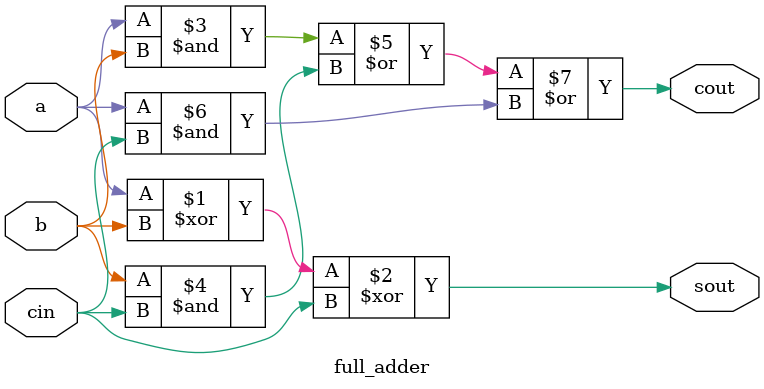
<source format=v>
module full_adder(
    input a, b, cin,
    output sout, cout
    );
    assign sout = a^b^cin;
    assign cout = (a&b) | (b&cin) | (a&cin);
endmodule
</source>
